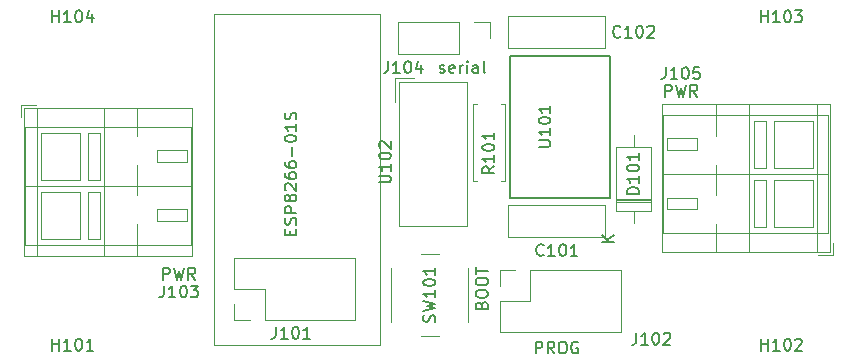
<source format=gbr>
%TF.GenerationSoftware,KiCad,Pcbnew,5.1.9+dfsg1-1~bpo10+1*%
%TF.CreationDate,2021-07-02T19:43:55+00:00*%
%TF.ProjectId,klima,6b6c696d-612e-46b6-9963-61645f706362,rev?*%
%TF.SameCoordinates,Original*%
%TF.FileFunction,Legend,Top*%
%TF.FilePolarity,Positive*%
%FSLAX46Y46*%
G04 Gerber Fmt 4.6, Leading zero omitted, Abs format (unit mm)*
G04 Created by KiCad (PCBNEW 5.1.9+dfsg1-1~bpo10+1) date 2021-07-02 19:43:55*
%MOMM*%
%LPD*%
G01*
G04 APERTURE LIST*
%ADD10C,0.120000*%
%ADD11C,0.150000*%
G04 APERTURE END LIST*
D10*
X117000000Y-71000000D02*
X117000000Y-99000000D01*
X131000000Y-71000000D02*
X117000000Y-71000000D01*
X131000000Y-99000000D02*
X131000000Y-71000000D01*
X117000000Y-99000000D02*
X131000000Y-99000000D01*
%TO.C,SW101*%
X136000000Y-91250000D02*
X134500000Y-91250000D01*
X132000000Y-92500000D02*
X132000000Y-97000000D01*
X134500000Y-98250000D02*
X136000000Y-98250000D01*
X138500000Y-97000000D02*
X138500000Y-92500000D01*
%TO.C,J104*%
X140330000Y-71670000D02*
X140330000Y-73000000D01*
X139000000Y-71670000D02*
X140330000Y-71670000D01*
X137730000Y-71670000D02*
X137730000Y-74330000D01*
X137730000Y-74330000D02*
X132590000Y-74330000D01*
X137730000Y-71670000D02*
X132590000Y-71670000D01*
X132590000Y-71670000D02*
X132590000Y-74330000D01*
%TO.C,C101*%
X141880000Y-89870000D02*
X141880000Y-87130000D01*
X150120000Y-89870000D02*
X150120000Y-87130000D01*
X150120000Y-87130000D02*
X141880000Y-87130000D01*
X150120000Y-89870000D02*
X141880000Y-89870000D01*
%TO.C,C102*%
X150120000Y-73870000D02*
X141880000Y-73870000D01*
X150120000Y-71130000D02*
X141880000Y-71130000D01*
X150120000Y-73870000D02*
X150120000Y-71130000D01*
X141880000Y-73870000D02*
X141880000Y-71130000D01*
%TO.C,D101*%
X151030000Y-86860000D02*
X153970000Y-86860000D01*
X151030000Y-86620000D02*
X153970000Y-86620000D01*
X151030000Y-86740000D02*
X153970000Y-86740000D01*
X152500000Y-81180000D02*
X152500000Y-82200000D01*
X152500000Y-88660000D02*
X152500000Y-87640000D01*
X151030000Y-82200000D02*
X151030000Y-87640000D01*
X153970000Y-82200000D02*
X151030000Y-82200000D01*
X153970000Y-87640000D02*
X153970000Y-82200000D01*
X151030000Y-87640000D02*
X153970000Y-87640000D01*
%TO.C,J103*%
X100640000Y-78640000D02*
X100640000Y-79640000D01*
X101880000Y-78640000D02*
X100640000Y-78640000D01*
X114650000Y-88500000D02*
X112151000Y-88500000D01*
X114650000Y-87500000D02*
X112151000Y-87500000D01*
X112151000Y-87500000D02*
X112151000Y-88500000D01*
X114650000Y-87500000D02*
X114650000Y-88500000D01*
X107300000Y-90000000D02*
X106300000Y-90000000D01*
X107300000Y-86000000D02*
X106300000Y-86000000D01*
X106300000Y-86000000D02*
X106300000Y-90000000D01*
X107300000Y-86000000D02*
X107300000Y-90000000D01*
X115000000Y-90500000D02*
X101000000Y-90500000D01*
X115000000Y-85500000D02*
X101000000Y-85500000D01*
X101000000Y-85500000D02*
X101000000Y-90500000D01*
X115000000Y-85500000D02*
X115000000Y-90500000D01*
X105600000Y-90000000D02*
X102300000Y-90000000D01*
X105600000Y-86000000D02*
X102300000Y-86000000D01*
X102300000Y-86000000D02*
X102300000Y-90000000D01*
X105600000Y-86000000D02*
X105600000Y-90000000D01*
X114650000Y-83500000D02*
X112151000Y-83500000D01*
X114650000Y-82500000D02*
X112151000Y-82500000D01*
X112151000Y-82500000D02*
X112151000Y-83500000D01*
X114650000Y-82500000D02*
X114650000Y-83500000D01*
X107300000Y-85000000D02*
X106300000Y-85000000D01*
X107300000Y-81000000D02*
X106300000Y-81000000D01*
X106300000Y-81000000D02*
X106300000Y-85000000D01*
X107300000Y-81000000D02*
X107300000Y-85000000D01*
X115000000Y-85500000D02*
X101000000Y-85500000D01*
X115000000Y-80500000D02*
X101000000Y-80500000D01*
X101000000Y-80500000D02*
X101000000Y-85500000D01*
X115000000Y-80500000D02*
X115000000Y-85500000D01*
X105600000Y-85000000D02*
X102300000Y-85000000D01*
X105600000Y-81000000D02*
X102300000Y-81000000D01*
X102300000Y-81000000D02*
X102300000Y-85000000D01*
X105600000Y-81000000D02*
X105600000Y-85000000D01*
X115120000Y-91421000D02*
X100880000Y-91421000D01*
X115120000Y-78880000D02*
X100880000Y-78880000D01*
X100880000Y-78880000D02*
X100880000Y-91421000D01*
X115120000Y-78880000D02*
X115120000Y-91421000D01*
X110500000Y-88730000D02*
X110500000Y-91421000D01*
X110500000Y-83730000D02*
X110500000Y-86270000D01*
X110500000Y-78880000D02*
X110500000Y-81270000D01*
X107700000Y-78880000D02*
X107700000Y-91421000D01*
X102000000Y-78880000D02*
X102000000Y-91421000D01*
%TO.C,J105*%
X168000000Y-91120000D02*
X168000000Y-78579000D01*
X162300000Y-91120000D02*
X162300000Y-78579000D01*
X159500000Y-91120000D02*
X159500000Y-88730000D01*
X159500000Y-86270000D02*
X159500000Y-83730000D01*
X159500000Y-81270000D02*
X159500000Y-78579000D01*
X154880000Y-91120000D02*
X154880000Y-78579000D01*
X169120000Y-91120000D02*
X169120000Y-78579000D01*
X154880000Y-91120000D02*
X169120000Y-91120000D01*
X154880000Y-78579000D02*
X169120000Y-78579000D01*
X164400000Y-89000000D02*
X164400000Y-85000000D01*
X167700000Y-89000000D02*
X167700000Y-85000000D01*
X164400000Y-89000000D02*
X167700000Y-89000000D01*
X164400000Y-85000000D02*
X167700000Y-85000000D01*
X155000000Y-89500000D02*
X155000000Y-84500000D01*
X169000000Y-89500000D02*
X169000000Y-84500000D01*
X155000000Y-89500000D02*
X169000000Y-89500000D01*
X155000000Y-84500000D02*
X169000000Y-84500000D01*
X162700000Y-89000000D02*
X162700000Y-85000000D01*
X163700000Y-89000000D02*
X163700000Y-85000000D01*
X162700000Y-89000000D02*
X163700000Y-89000000D01*
X162700000Y-85000000D02*
X163700000Y-85000000D01*
X155350000Y-87500000D02*
X155350000Y-86500000D01*
X157849000Y-87500000D02*
X157849000Y-86500000D01*
X155350000Y-87500000D02*
X157849000Y-87500000D01*
X155350000Y-86500000D02*
X157849000Y-86500000D01*
X164400000Y-84000000D02*
X164400000Y-80000000D01*
X167700000Y-84000000D02*
X167700000Y-80000000D01*
X164400000Y-84000000D02*
X167700000Y-84000000D01*
X164400000Y-80000000D02*
X167700000Y-80000000D01*
X155000000Y-84500000D02*
X155000000Y-79500000D01*
X169000000Y-84500000D02*
X169000000Y-79500000D01*
X155000000Y-84500000D02*
X169000000Y-84500000D01*
X155000000Y-79500000D02*
X169000000Y-79500000D01*
X162700000Y-84000000D02*
X162700000Y-80000000D01*
X163700000Y-84000000D02*
X163700000Y-80000000D01*
X162700000Y-84000000D02*
X163700000Y-84000000D01*
X162700000Y-80000000D02*
X163700000Y-80000000D01*
X155350000Y-82500000D02*
X155350000Y-81500000D01*
X157849000Y-82500000D02*
X157849000Y-81500000D01*
X155350000Y-82500000D02*
X157849000Y-82500000D01*
X155350000Y-81500000D02*
X157849000Y-81500000D01*
X168120000Y-91360000D02*
X169360000Y-91360000D01*
X169360000Y-91360000D02*
X169360000Y-90360000D01*
D11*
%TO.C,U101*%
X142000000Y-86500000D02*
X150500000Y-86500000D01*
X142000000Y-74500000D02*
X142000000Y-86500000D01*
X150500000Y-74500000D02*
X142000000Y-74500000D01*
X150500000Y-86500000D02*
X150500000Y-74500000D01*
D10*
%TO.C,U102*%
X132340000Y-76400000D02*
X133950000Y-76400000D01*
X132340000Y-76400000D02*
X132340000Y-78400000D01*
X132620000Y-88940000D02*
X132620000Y-76690000D01*
X138380000Y-88940000D02*
X132620000Y-88940000D01*
X138380000Y-76680000D02*
X138380000Y-88940000D01*
X132630000Y-76680000D02*
X138370000Y-76680000D01*
%TO.C,J101*%
X118670000Y-96830000D02*
X118670000Y-95500000D01*
X120000000Y-96830000D02*
X118670000Y-96830000D01*
X118670000Y-94230000D02*
X118670000Y-91630000D01*
X121270000Y-94230000D02*
X118670000Y-94230000D01*
X121270000Y-96830000D02*
X121270000Y-94230000D01*
X118670000Y-91630000D02*
X128950000Y-91630000D01*
X121270000Y-96830000D02*
X128950000Y-96830000D01*
X128950000Y-96830000D02*
X128950000Y-91630000D01*
%TO.C,J102*%
X141170000Y-94000000D02*
X141170000Y-92670000D01*
X141170000Y-92670000D02*
X142500000Y-92670000D01*
X141170000Y-95270000D02*
X143770000Y-95270000D01*
X143770000Y-95270000D02*
X143770000Y-92670000D01*
X143770000Y-92670000D02*
X151450000Y-92670000D01*
X151450000Y-97870000D02*
X151450000Y-92670000D01*
X141170000Y-97870000D02*
X151450000Y-97870000D01*
X141170000Y-97870000D02*
X141170000Y-95270000D01*
%TO.C,R101*%
X141290000Y-78540000D02*
X141620000Y-78540000D01*
X141620000Y-78540000D02*
X141620000Y-85080000D01*
X141620000Y-85080000D02*
X141290000Y-85080000D01*
X139210000Y-78540000D02*
X138880000Y-78540000D01*
X138880000Y-78540000D02*
X138880000Y-85080000D01*
X138880000Y-85080000D02*
X139210000Y-85080000D01*
%TD*%
%TO.C,SW101*%
D11*
X135654761Y-97035714D02*
X135702380Y-96892857D01*
X135702380Y-96654761D01*
X135654761Y-96559523D01*
X135607142Y-96511904D01*
X135511904Y-96464285D01*
X135416666Y-96464285D01*
X135321428Y-96511904D01*
X135273809Y-96559523D01*
X135226190Y-96654761D01*
X135178571Y-96845238D01*
X135130952Y-96940476D01*
X135083333Y-96988095D01*
X134988095Y-97035714D01*
X134892857Y-97035714D01*
X134797619Y-96988095D01*
X134750000Y-96940476D01*
X134702380Y-96845238D01*
X134702380Y-96607142D01*
X134750000Y-96464285D01*
X134702380Y-96130952D02*
X135702380Y-95892857D01*
X134988095Y-95702380D01*
X135702380Y-95511904D01*
X134702380Y-95273809D01*
X135702380Y-94369047D02*
X135702380Y-94940476D01*
X135702380Y-94654761D02*
X134702380Y-94654761D01*
X134845238Y-94750000D01*
X134940476Y-94845238D01*
X134988095Y-94940476D01*
X134702380Y-93750000D02*
X134702380Y-93654761D01*
X134750000Y-93559523D01*
X134797619Y-93511904D01*
X134892857Y-93464285D01*
X135083333Y-93416666D01*
X135321428Y-93416666D01*
X135511904Y-93464285D01*
X135607142Y-93511904D01*
X135654761Y-93559523D01*
X135702380Y-93654761D01*
X135702380Y-93750000D01*
X135654761Y-93845238D01*
X135607142Y-93892857D01*
X135511904Y-93940476D01*
X135321428Y-93988095D01*
X135083333Y-93988095D01*
X134892857Y-93940476D01*
X134797619Y-93892857D01*
X134750000Y-93845238D01*
X134702380Y-93750000D01*
X135702380Y-92464285D02*
X135702380Y-93035714D01*
X135702380Y-92750000D02*
X134702380Y-92750000D01*
X134845238Y-92845238D01*
X134940476Y-92940476D01*
X134988095Y-93035714D01*
X139628571Y-95607142D02*
X139676190Y-95464285D01*
X139723809Y-95416666D01*
X139819047Y-95369047D01*
X139961904Y-95369047D01*
X140057142Y-95416666D01*
X140104761Y-95464285D01*
X140152380Y-95559523D01*
X140152380Y-95940476D01*
X139152380Y-95940476D01*
X139152380Y-95607142D01*
X139200000Y-95511904D01*
X139247619Y-95464285D01*
X139342857Y-95416666D01*
X139438095Y-95416666D01*
X139533333Y-95464285D01*
X139580952Y-95511904D01*
X139628571Y-95607142D01*
X139628571Y-95940476D01*
X139152380Y-94750000D02*
X139152380Y-94559523D01*
X139200000Y-94464285D01*
X139295238Y-94369047D01*
X139485714Y-94321428D01*
X139819047Y-94321428D01*
X140009523Y-94369047D01*
X140104761Y-94464285D01*
X140152380Y-94559523D01*
X140152380Y-94750000D01*
X140104761Y-94845238D01*
X140009523Y-94940476D01*
X139819047Y-94988095D01*
X139485714Y-94988095D01*
X139295238Y-94940476D01*
X139200000Y-94845238D01*
X139152380Y-94750000D01*
X139152380Y-93702380D02*
X139152380Y-93511904D01*
X139200000Y-93416666D01*
X139295238Y-93321428D01*
X139485714Y-93273809D01*
X139819047Y-93273809D01*
X140009523Y-93321428D01*
X140104761Y-93416666D01*
X140152380Y-93511904D01*
X140152380Y-93702380D01*
X140104761Y-93797619D01*
X140009523Y-93892857D01*
X139819047Y-93940476D01*
X139485714Y-93940476D01*
X139295238Y-93892857D01*
X139200000Y-93797619D01*
X139152380Y-93702380D01*
X139152380Y-92988095D02*
X139152380Y-92416666D01*
X140152380Y-92702380D02*
X139152380Y-92702380D01*
%TO.C,J104*%
X131714285Y-74952380D02*
X131714285Y-75666666D01*
X131666666Y-75809523D01*
X131571428Y-75904761D01*
X131428571Y-75952380D01*
X131333333Y-75952380D01*
X132714285Y-75952380D02*
X132142857Y-75952380D01*
X132428571Y-75952380D02*
X132428571Y-74952380D01*
X132333333Y-75095238D01*
X132238095Y-75190476D01*
X132142857Y-75238095D01*
X133333333Y-74952380D02*
X133428571Y-74952380D01*
X133523809Y-75000000D01*
X133571428Y-75047619D01*
X133619047Y-75142857D01*
X133666666Y-75333333D01*
X133666666Y-75571428D01*
X133619047Y-75761904D01*
X133571428Y-75857142D01*
X133523809Y-75904761D01*
X133428571Y-75952380D01*
X133333333Y-75952380D01*
X133238095Y-75904761D01*
X133190476Y-75857142D01*
X133142857Y-75761904D01*
X133095238Y-75571428D01*
X133095238Y-75333333D01*
X133142857Y-75142857D01*
X133190476Y-75047619D01*
X133238095Y-75000000D01*
X133333333Y-74952380D01*
X134523809Y-75285714D02*
X134523809Y-75952380D01*
X134285714Y-74904761D02*
X134047619Y-75619047D01*
X134666666Y-75619047D01*
X136095238Y-75904761D02*
X136190476Y-75952380D01*
X136380952Y-75952380D01*
X136476190Y-75904761D01*
X136523809Y-75809523D01*
X136523809Y-75761904D01*
X136476190Y-75666666D01*
X136380952Y-75619047D01*
X136238095Y-75619047D01*
X136142857Y-75571428D01*
X136095238Y-75476190D01*
X136095238Y-75428571D01*
X136142857Y-75333333D01*
X136238095Y-75285714D01*
X136380952Y-75285714D01*
X136476190Y-75333333D01*
X137333333Y-75904761D02*
X137238095Y-75952380D01*
X137047619Y-75952380D01*
X136952380Y-75904761D01*
X136904761Y-75809523D01*
X136904761Y-75428571D01*
X136952380Y-75333333D01*
X137047619Y-75285714D01*
X137238095Y-75285714D01*
X137333333Y-75333333D01*
X137380952Y-75428571D01*
X137380952Y-75523809D01*
X136904761Y-75619047D01*
X137809523Y-75952380D02*
X137809523Y-75285714D01*
X137809523Y-75476190D02*
X137857142Y-75380952D01*
X137904761Y-75333333D01*
X138000000Y-75285714D01*
X138095238Y-75285714D01*
X138428571Y-75952380D02*
X138428571Y-75285714D01*
X138428571Y-74952380D02*
X138380952Y-75000000D01*
X138428571Y-75047619D01*
X138476190Y-75000000D01*
X138428571Y-74952380D01*
X138428571Y-75047619D01*
X139333333Y-75952380D02*
X139333333Y-75428571D01*
X139285714Y-75333333D01*
X139190476Y-75285714D01*
X139000000Y-75285714D01*
X138904761Y-75333333D01*
X139333333Y-75904761D02*
X139238095Y-75952380D01*
X139000000Y-75952380D01*
X138904761Y-75904761D01*
X138857142Y-75809523D01*
X138857142Y-75714285D01*
X138904761Y-75619047D01*
X139000000Y-75571428D01*
X139238095Y-75571428D01*
X139333333Y-75523809D01*
X139952380Y-75952380D02*
X139857142Y-75904761D01*
X139809523Y-75809523D01*
X139809523Y-74952380D01*
%TO.C,C101*%
X144880952Y-91357142D02*
X144833333Y-91404761D01*
X144690476Y-91452380D01*
X144595238Y-91452380D01*
X144452380Y-91404761D01*
X144357142Y-91309523D01*
X144309523Y-91214285D01*
X144261904Y-91023809D01*
X144261904Y-90880952D01*
X144309523Y-90690476D01*
X144357142Y-90595238D01*
X144452380Y-90500000D01*
X144595238Y-90452380D01*
X144690476Y-90452380D01*
X144833333Y-90500000D01*
X144880952Y-90547619D01*
X145833333Y-91452380D02*
X145261904Y-91452380D01*
X145547619Y-91452380D02*
X145547619Y-90452380D01*
X145452380Y-90595238D01*
X145357142Y-90690476D01*
X145261904Y-90738095D01*
X146452380Y-90452380D02*
X146547619Y-90452380D01*
X146642857Y-90500000D01*
X146690476Y-90547619D01*
X146738095Y-90642857D01*
X146785714Y-90833333D01*
X146785714Y-91071428D01*
X146738095Y-91261904D01*
X146690476Y-91357142D01*
X146642857Y-91404761D01*
X146547619Y-91452380D01*
X146452380Y-91452380D01*
X146357142Y-91404761D01*
X146309523Y-91357142D01*
X146261904Y-91261904D01*
X146214285Y-91071428D01*
X146214285Y-90833333D01*
X146261904Y-90642857D01*
X146309523Y-90547619D01*
X146357142Y-90500000D01*
X146452380Y-90452380D01*
X147738095Y-91452380D02*
X147166666Y-91452380D01*
X147452380Y-91452380D02*
X147452380Y-90452380D01*
X147357142Y-90595238D01*
X147261904Y-90690476D01*
X147166666Y-90738095D01*
%TO.C,C102*%
X151380952Y-72857142D02*
X151333333Y-72904761D01*
X151190476Y-72952380D01*
X151095238Y-72952380D01*
X150952380Y-72904761D01*
X150857142Y-72809523D01*
X150809523Y-72714285D01*
X150761904Y-72523809D01*
X150761904Y-72380952D01*
X150809523Y-72190476D01*
X150857142Y-72095238D01*
X150952380Y-72000000D01*
X151095238Y-71952380D01*
X151190476Y-71952380D01*
X151333333Y-72000000D01*
X151380952Y-72047619D01*
X152333333Y-72952380D02*
X151761904Y-72952380D01*
X152047619Y-72952380D02*
X152047619Y-71952380D01*
X151952380Y-72095238D01*
X151857142Y-72190476D01*
X151761904Y-72238095D01*
X152952380Y-71952380D02*
X153047619Y-71952380D01*
X153142857Y-72000000D01*
X153190476Y-72047619D01*
X153238095Y-72142857D01*
X153285714Y-72333333D01*
X153285714Y-72571428D01*
X153238095Y-72761904D01*
X153190476Y-72857142D01*
X153142857Y-72904761D01*
X153047619Y-72952380D01*
X152952380Y-72952380D01*
X152857142Y-72904761D01*
X152809523Y-72857142D01*
X152761904Y-72761904D01*
X152714285Y-72571428D01*
X152714285Y-72333333D01*
X152761904Y-72142857D01*
X152809523Y-72047619D01*
X152857142Y-72000000D01*
X152952380Y-71952380D01*
X153666666Y-72047619D02*
X153714285Y-72000000D01*
X153809523Y-71952380D01*
X154047619Y-71952380D01*
X154142857Y-72000000D01*
X154190476Y-72047619D01*
X154238095Y-72142857D01*
X154238095Y-72238095D01*
X154190476Y-72380952D01*
X153619047Y-72952380D01*
X154238095Y-72952380D01*
%TO.C,D101*%
X152952380Y-86190476D02*
X151952380Y-86190476D01*
X151952380Y-85952380D01*
X152000000Y-85809523D01*
X152095238Y-85714285D01*
X152190476Y-85666666D01*
X152380952Y-85619047D01*
X152523809Y-85619047D01*
X152714285Y-85666666D01*
X152809523Y-85714285D01*
X152904761Y-85809523D01*
X152952380Y-85952380D01*
X152952380Y-86190476D01*
X152952380Y-84666666D02*
X152952380Y-85238095D01*
X152952380Y-84952380D02*
X151952380Y-84952380D01*
X152095238Y-85047619D01*
X152190476Y-85142857D01*
X152238095Y-85238095D01*
X151952380Y-84047619D02*
X151952380Y-83952380D01*
X152000000Y-83857142D01*
X152047619Y-83809523D01*
X152142857Y-83761904D01*
X152333333Y-83714285D01*
X152571428Y-83714285D01*
X152761904Y-83761904D01*
X152857142Y-83809523D01*
X152904761Y-83857142D01*
X152952380Y-83952380D01*
X152952380Y-84047619D01*
X152904761Y-84142857D01*
X152857142Y-84190476D01*
X152761904Y-84238095D01*
X152571428Y-84285714D01*
X152333333Y-84285714D01*
X152142857Y-84238095D01*
X152047619Y-84190476D01*
X152000000Y-84142857D01*
X151952380Y-84047619D01*
X152952380Y-82761904D02*
X152952380Y-83333333D01*
X152952380Y-83047619D02*
X151952380Y-83047619D01*
X152095238Y-83142857D01*
X152190476Y-83238095D01*
X152238095Y-83333333D01*
X150852380Y-90261904D02*
X149852380Y-90261904D01*
X150852380Y-89690476D02*
X150280952Y-90119047D01*
X149852380Y-89690476D02*
X150423809Y-90261904D01*
%TO.C,H101*%
X103285714Y-99452380D02*
X103285714Y-98452380D01*
X103285714Y-98928571D02*
X103857142Y-98928571D01*
X103857142Y-99452380D02*
X103857142Y-98452380D01*
X104857142Y-99452380D02*
X104285714Y-99452380D01*
X104571428Y-99452380D02*
X104571428Y-98452380D01*
X104476190Y-98595238D01*
X104380952Y-98690476D01*
X104285714Y-98738095D01*
X105476190Y-98452380D02*
X105571428Y-98452380D01*
X105666666Y-98500000D01*
X105714285Y-98547619D01*
X105761904Y-98642857D01*
X105809523Y-98833333D01*
X105809523Y-99071428D01*
X105761904Y-99261904D01*
X105714285Y-99357142D01*
X105666666Y-99404761D01*
X105571428Y-99452380D01*
X105476190Y-99452380D01*
X105380952Y-99404761D01*
X105333333Y-99357142D01*
X105285714Y-99261904D01*
X105238095Y-99071428D01*
X105238095Y-98833333D01*
X105285714Y-98642857D01*
X105333333Y-98547619D01*
X105380952Y-98500000D01*
X105476190Y-98452380D01*
X106761904Y-99452380D02*
X106190476Y-99452380D01*
X106476190Y-99452380D02*
X106476190Y-98452380D01*
X106380952Y-98595238D01*
X106285714Y-98690476D01*
X106190476Y-98738095D01*
%TO.C,H102*%
X163285714Y-99452380D02*
X163285714Y-98452380D01*
X163285714Y-98928571D02*
X163857142Y-98928571D01*
X163857142Y-99452380D02*
X163857142Y-98452380D01*
X164857142Y-99452380D02*
X164285714Y-99452380D01*
X164571428Y-99452380D02*
X164571428Y-98452380D01*
X164476190Y-98595238D01*
X164380952Y-98690476D01*
X164285714Y-98738095D01*
X165476190Y-98452380D02*
X165571428Y-98452380D01*
X165666666Y-98500000D01*
X165714285Y-98547619D01*
X165761904Y-98642857D01*
X165809523Y-98833333D01*
X165809523Y-99071428D01*
X165761904Y-99261904D01*
X165714285Y-99357142D01*
X165666666Y-99404761D01*
X165571428Y-99452380D01*
X165476190Y-99452380D01*
X165380952Y-99404761D01*
X165333333Y-99357142D01*
X165285714Y-99261904D01*
X165238095Y-99071428D01*
X165238095Y-98833333D01*
X165285714Y-98642857D01*
X165333333Y-98547619D01*
X165380952Y-98500000D01*
X165476190Y-98452380D01*
X166190476Y-98547619D02*
X166238095Y-98500000D01*
X166333333Y-98452380D01*
X166571428Y-98452380D01*
X166666666Y-98500000D01*
X166714285Y-98547619D01*
X166761904Y-98642857D01*
X166761904Y-98738095D01*
X166714285Y-98880952D01*
X166142857Y-99452380D01*
X166761904Y-99452380D01*
%TO.C,H103*%
X163285714Y-71652380D02*
X163285714Y-70652380D01*
X163285714Y-71128571D02*
X163857142Y-71128571D01*
X163857142Y-71652380D02*
X163857142Y-70652380D01*
X164857142Y-71652380D02*
X164285714Y-71652380D01*
X164571428Y-71652380D02*
X164571428Y-70652380D01*
X164476190Y-70795238D01*
X164380952Y-70890476D01*
X164285714Y-70938095D01*
X165476190Y-70652380D02*
X165571428Y-70652380D01*
X165666666Y-70700000D01*
X165714285Y-70747619D01*
X165761904Y-70842857D01*
X165809523Y-71033333D01*
X165809523Y-71271428D01*
X165761904Y-71461904D01*
X165714285Y-71557142D01*
X165666666Y-71604761D01*
X165571428Y-71652380D01*
X165476190Y-71652380D01*
X165380952Y-71604761D01*
X165333333Y-71557142D01*
X165285714Y-71461904D01*
X165238095Y-71271428D01*
X165238095Y-71033333D01*
X165285714Y-70842857D01*
X165333333Y-70747619D01*
X165380952Y-70700000D01*
X165476190Y-70652380D01*
X166142857Y-70652380D02*
X166761904Y-70652380D01*
X166428571Y-71033333D01*
X166571428Y-71033333D01*
X166666666Y-71080952D01*
X166714285Y-71128571D01*
X166761904Y-71223809D01*
X166761904Y-71461904D01*
X166714285Y-71557142D01*
X166666666Y-71604761D01*
X166571428Y-71652380D01*
X166285714Y-71652380D01*
X166190476Y-71604761D01*
X166142857Y-71557142D01*
%TO.C,H104*%
X103285714Y-71652380D02*
X103285714Y-70652380D01*
X103285714Y-71128571D02*
X103857142Y-71128571D01*
X103857142Y-71652380D02*
X103857142Y-70652380D01*
X104857142Y-71652380D02*
X104285714Y-71652380D01*
X104571428Y-71652380D02*
X104571428Y-70652380D01*
X104476190Y-70795238D01*
X104380952Y-70890476D01*
X104285714Y-70938095D01*
X105476190Y-70652380D02*
X105571428Y-70652380D01*
X105666666Y-70700000D01*
X105714285Y-70747619D01*
X105761904Y-70842857D01*
X105809523Y-71033333D01*
X105809523Y-71271428D01*
X105761904Y-71461904D01*
X105714285Y-71557142D01*
X105666666Y-71604761D01*
X105571428Y-71652380D01*
X105476190Y-71652380D01*
X105380952Y-71604761D01*
X105333333Y-71557142D01*
X105285714Y-71461904D01*
X105238095Y-71271428D01*
X105238095Y-71033333D01*
X105285714Y-70842857D01*
X105333333Y-70747619D01*
X105380952Y-70700000D01*
X105476190Y-70652380D01*
X106666666Y-70985714D02*
X106666666Y-71652380D01*
X106428571Y-70604761D02*
X106190476Y-71319047D01*
X106809523Y-71319047D01*
%TO.C,J103*%
X112714285Y-93952380D02*
X112714285Y-94666666D01*
X112666666Y-94809523D01*
X112571428Y-94904761D01*
X112428571Y-94952380D01*
X112333333Y-94952380D01*
X113714285Y-94952380D02*
X113142857Y-94952380D01*
X113428571Y-94952380D02*
X113428571Y-93952380D01*
X113333333Y-94095238D01*
X113238095Y-94190476D01*
X113142857Y-94238095D01*
X114333333Y-93952380D02*
X114428571Y-93952380D01*
X114523809Y-94000000D01*
X114571428Y-94047619D01*
X114619047Y-94142857D01*
X114666666Y-94333333D01*
X114666666Y-94571428D01*
X114619047Y-94761904D01*
X114571428Y-94857142D01*
X114523809Y-94904761D01*
X114428571Y-94952380D01*
X114333333Y-94952380D01*
X114238095Y-94904761D01*
X114190476Y-94857142D01*
X114142857Y-94761904D01*
X114095238Y-94571428D01*
X114095238Y-94333333D01*
X114142857Y-94142857D01*
X114190476Y-94047619D01*
X114238095Y-94000000D01*
X114333333Y-93952380D01*
X115000000Y-93952380D02*
X115619047Y-93952380D01*
X115285714Y-94333333D01*
X115428571Y-94333333D01*
X115523809Y-94380952D01*
X115571428Y-94428571D01*
X115619047Y-94523809D01*
X115619047Y-94761904D01*
X115571428Y-94857142D01*
X115523809Y-94904761D01*
X115428571Y-94952380D01*
X115142857Y-94952380D01*
X115047619Y-94904761D01*
X115000000Y-94857142D01*
X112666666Y-93452380D02*
X112666666Y-92452380D01*
X113047619Y-92452380D01*
X113142857Y-92500000D01*
X113190476Y-92547619D01*
X113238095Y-92642857D01*
X113238095Y-92785714D01*
X113190476Y-92880952D01*
X113142857Y-92928571D01*
X113047619Y-92976190D01*
X112666666Y-92976190D01*
X113571428Y-92452380D02*
X113809523Y-93452380D01*
X114000000Y-92738095D01*
X114190476Y-93452380D01*
X114428571Y-92452380D01*
X115380952Y-93452380D02*
X115047619Y-92976190D01*
X114809523Y-93452380D02*
X114809523Y-92452380D01*
X115190476Y-92452380D01*
X115285714Y-92500000D01*
X115333333Y-92547619D01*
X115380952Y-92642857D01*
X115380952Y-92785714D01*
X115333333Y-92880952D01*
X115285714Y-92928571D01*
X115190476Y-92976190D01*
X114809523Y-92976190D01*
%TO.C,J105*%
X155214285Y-75452380D02*
X155214285Y-76166666D01*
X155166666Y-76309523D01*
X155071428Y-76404761D01*
X154928571Y-76452380D01*
X154833333Y-76452380D01*
X156214285Y-76452380D02*
X155642857Y-76452380D01*
X155928571Y-76452380D02*
X155928571Y-75452380D01*
X155833333Y-75595238D01*
X155738095Y-75690476D01*
X155642857Y-75738095D01*
X156833333Y-75452380D02*
X156928571Y-75452380D01*
X157023809Y-75500000D01*
X157071428Y-75547619D01*
X157119047Y-75642857D01*
X157166666Y-75833333D01*
X157166666Y-76071428D01*
X157119047Y-76261904D01*
X157071428Y-76357142D01*
X157023809Y-76404761D01*
X156928571Y-76452380D01*
X156833333Y-76452380D01*
X156738095Y-76404761D01*
X156690476Y-76357142D01*
X156642857Y-76261904D01*
X156595238Y-76071428D01*
X156595238Y-75833333D01*
X156642857Y-75642857D01*
X156690476Y-75547619D01*
X156738095Y-75500000D01*
X156833333Y-75452380D01*
X158071428Y-75452380D02*
X157595238Y-75452380D01*
X157547619Y-75928571D01*
X157595238Y-75880952D01*
X157690476Y-75833333D01*
X157928571Y-75833333D01*
X158023809Y-75880952D01*
X158071428Y-75928571D01*
X158119047Y-76023809D01*
X158119047Y-76261904D01*
X158071428Y-76357142D01*
X158023809Y-76404761D01*
X157928571Y-76452380D01*
X157690476Y-76452380D01*
X157595238Y-76404761D01*
X157547619Y-76357142D01*
X155166666Y-77952380D02*
X155166666Y-76952380D01*
X155547619Y-76952380D01*
X155642857Y-77000000D01*
X155690476Y-77047619D01*
X155738095Y-77142857D01*
X155738095Y-77285714D01*
X155690476Y-77380952D01*
X155642857Y-77428571D01*
X155547619Y-77476190D01*
X155166666Y-77476190D01*
X156071428Y-76952380D02*
X156309523Y-77952380D01*
X156500000Y-77238095D01*
X156690476Y-77952380D01*
X156928571Y-76952380D01*
X157880952Y-77952380D02*
X157547619Y-77476190D01*
X157309523Y-77952380D02*
X157309523Y-76952380D01*
X157690476Y-76952380D01*
X157785714Y-77000000D01*
X157833333Y-77047619D01*
X157880952Y-77142857D01*
X157880952Y-77285714D01*
X157833333Y-77380952D01*
X157785714Y-77428571D01*
X157690476Y-77476190D01*
X157309523Y-77476190D01*
%TO.C,U101*%
X144452380Y-82214285D02*
X145261904Y-82214285D01*
X145357142Y-82166666D01*
X145404761Y-82119047D01*
X145452380Y-82023809D01*
X145452380Y-81833333D01*
X145404761Y-81738095D01*
X145357142Y-81690476D01*
X145261904Y-81642857D01*
X144452380Y-81642857D01*
X145452380Y-80642857D02*
X145452380Y-81214285D01*
X145452380Y-80928571D02*
X144452380Y-80928571D01*
X144595238Y-81023809D01*
X144690476Y-81119047D01*
X144738095Y-81214285D01*
X144452380Y-80023809D02*
X144452380Y-79928571D01*
X144500000Y-79833333D01*
X144547619Y-79785714D01*
X144642857Y-79738095D01*
X144833333Y-79690476D01*
X145071428Y-79690476D01*
X145261904Y-79738095D01*
X145357142Y-79785714D01*
X145404761Y-79833333D01*
X145452380Y-79928571D01*
X145452380Y-80023809D01*
X145404761Y-80119047D01*
X145357142Y-80166666D01*
X145261904Y-80214285D01*
X145071428Y-80261904D01*
X144833333Y-80261904D01*
X144642857Y-80214285D01*
X144547619Y-80166666D01*
X144500000Y-80119047D01*
X144452380Y-80023809D01*
X145452380Y-78738095D02*
X145452380Y-79309523D01*
X145452380Y-79023809D02*
X144452380Y-79023809D01*
X144595238Y-79119047D01*
X144690476Y-79214285D01*
X144738095Y-79309523D01*
%TO.C,U102*%
X130952380Y-85214285D02*
X131761904Y-85214285D01*
X131857142Y-85166666D01*
X131904761Y-85119047D01*
X131952380Y-85023809D01*
X131952380Y-84833333D01*
X131904761Y-84738095D01*
X131857142Y-84690476D01*
X131761904Y-84642857D01*
X130952380Y-84642857D01*
X131952380Y-83642857D02*
X131952380Y-84214285D01*
X131952380Y-83928571D02*
X130952380Y-83928571D01*
X131095238Y-84023809D01*
X131190476Y-84119047D01*
X131238095Y-84214285D01*
X130952380Y-83023809D02*
X130952380Y-82928571D01*
X131000000Y-82833333D01*
X131047619Y-82785714D01*
X131142857Y-82738095D01*
X131333333Y-82690476D01*
X131571428Y-82690476D01*
X131761904Y-82738095D01*
X131857142Y-82785714D01*
X131904761Y-82833333D01*
X131952380Y-82928571D01*
X131952380Y-83023809D01*
X131904761Y-83119047D01*
X131857142Y-83166666D01*
X131761904Y-83214285D01*
X131571428Y-83261904D01*
X131333333Y-83261904D01*
X131142857Y-83214285D01*
X131047619Y-83166666D01*
X131000000Y-83119047D01*
X130952380Y-83023809D01*
X131047619Y-82309523D02*
X131000000Y-82261904D01*
X130952380Y-82166666D01*
X130952380Y-81928571D01*
X131000000Y-81833333D01*
X131047619Y-81785714D01*
X131142857Y-81738095D01*
X131238095Y-81738095D01*
X131380952Y-81785714D01*
X131952380Y-82357142D01*
X131952380Y-81738095D01*
%TO.C,J101*%
X122214285Y-97452380D02*
X122214285Y-98166666D01*
X122166666Y-98309523D01*
X122071428Y-98404761D01*
X121928571Y-98452380D01*
X121833333Y-98452380D01*
X123214285Y-98452380D02*
X122642857Y-98452380D01*
X122928571Y-98452380D02*
X122928571Y-97452380D01*
X122833333Y-97595238D01*
X122738095Y-97690476D01*
X122642857Y-97738095D01*
X123833333Y-97452380D02*
X123928571Y-97452380D01*
X124023809Y-97500000D01*
X124071428Y-97547619D01*
X124119047Y-97642857D01*
X124166666Y-97833333D01*
X124166666Y-98071428D01*
X124119047Y-98261904D01*
X124071428Y-98357142D01*
X124023809Y-98404761D01*
X123928571Y-98452380D01*
X123833333Y-98452380D01*
X123738095Y-98404761D01*
X123690476Y-98357142D01*
X123642857Y-98261904D01*
X123595238Y-98071428D01*
X123595238Y-97833333D01*
X123642857Y-97642857D01*
X123690476Y-97547619D01*
X123738095Y-97500000D01*
X123833333Y-97452380D01*
X125119047Y-98452380D02*
X124547619Y-98452380D01*
X124833333Y-98452380D02*
X124833333Y-97452380D01*
X124738095Y-97595238D01*
X124642857Y-97690476D01*
X124547619Y-97738095D01*
X123428571Y-89642857D02*
X123428571Y-89309523D01*
X123952380Y-89166666D02*
X123952380Y-89642857D01*
X122952380Y-89642857D01*
X122952380Y-89166666D01*
X123904761Y-88785714D02*
X123952380Y-88642857D01*
X123952380Y-88404761D01*
X123904761Y-88309523D01*
X123857142Y-88261904D01*
X123761904Y-88214285D01*
X123666666Y-88214285D01*
X123571428Y-88261904D01*
X123523809Y-88309523D01*
X123476190Y-88404761D01*
X123428571Y-88595238D01*
X123380952Y-88690476D01*
X123333333Y-88738095D01*
X123238095Y-88785714D01*
X123142857Y-88785714D01*
X123047619Y-88738095D01*
X123000000Y-88690476D01*
X122952380Y-88595238D01*
X122952380Y-88357142D01*
X123000000Y-88214285D01*
X123952380Y-87785714D02*
X122952380Y-87785714D01*
X122952380Y-87404761D01*
X123000000Y-87309523D01*
X123047619Y-87261904D01*
X123142857Y-87214285D01*
X123285714Y-87214285D01*
X123380952Y-87261904D01*
X123428571Y-87309523D01*
X123476190Y-87404761D01*
X123476190Y-87785714D01*
X123380952Y-86642857D02*
X123333333Y-86738095D01*
X123285714Y-86785714D01*
X123190476Y-86833333D01*
X123142857Y-86833333D01*
X123047619Y-86785714D01*
X123000000Y-86738095D01*
X122952380Y-86642857D01*
X122952380Y-86452380D01*
X123000000Y-86357142D01*
X123047619Y-86309523D01*
X123142857Y-86261904D01*
X123190476Y-86261904D01*
X123285714Y-86309523D01*
X123333333Y-86357142D01*
X123380952Y-86452380D01*
X123380952Y-86642857D01*
X123428571Y-86738095D01*
X123476190Y-86785714D01*
X123571428Y-86833333D01*
X123761904Y-86833333D01*
X123857142Y-86785714D01*
X123904761Y-86738095D01*
X123952380Y-86642857D01*
X123952380Y-86452380D01*
X123904761Y-86357142D01*
X123857142Y-86309523D01*
X123761904Y-86261904D01*
X123571428Y-86261904D01*
X123476190Y-86309523D01*
X123428571Y-86357142D01*
X123380952Y-86452380D01*
X123047619Y-85880952D02*
X123000000Y-85833333D01*
X122952380Y-85738095D01*
X122952380Y-85500000D01*
X123000000Y-85404761D01*
X123047619Y-85357142D01*
X123142857Y-85309523D01*
X123238095Y-85309523D01*
X123380952Y-85357142D01*
X123952380Y-85928571D01*
X123952380Y-85309523D01*
X122952380Y-84452380D02*
X122952380Y-84642857D01*
X123000000Y-84738095D01*
X123047619Y-84785714D01*
X123190476Y-84880952D01*
X123380952Y-84928571D01*
X123761904Y-84928571D01*
X123857142Y-84880952D01*
X123904761Y-84833333D01*
X123952380Y-84738095D01*
X123952380Y-84547619D01*
X123904761Y-84452380D01*
X123857142Y-84404761D01*
X123761904Y-84357142D01*
X123523809Y-84357142D01*
X123428571Y-84404761D01*
X123380952Y-84452380D01*
X123333333Y-84547619D01*
X123333333Y-84738095D01*
X123380952Y-84833333D01*
X123428571Y-84880952D01*
X123523809Y-84928571D01*
X122952380Y-83500000D02*
X122952380Y-83690476D01*
X123000000Y-83785714D01*
X123047619Y-83833333D01*
X123190476Y-83928571D01*
X123380952Y-83976190D01*
X123761904Y-83976190D01*
X123857142Y-83928571D01*
X123904761Y-83880952D01*
X123952380Y-83785714D01*
X123952380Y-83595238D01*
X123904761Y-83500000D01*
X123857142Y-83452380D01*
X123761904Y-83404761D01*
X123523809Y-83404761D01*
X123428571Y-83452380D01*
X123380952Y-83500000D01*
X123333333Y-83595238D01*
X123333333Y-83785714D01*
X123380952Y-83880952D01*
X123428571Y-83928571D01*
X123523809Y-83976190D01*
X123571428Y-82976190D02*
X123571428Y-82214285D01*
X122952380Y-81547619D02*
X122952380Y-81452380D01*
X123000000Y-81357142D01*
X123047619Y-81309523D01*
X123142857Y-81261904D01*
X123333333Y-81214285D01*
X123571428Y-81214285D01*
X123761904Y-81261904D01*
X123857142Y-81309523D01*
X123904761Y-81357142D01*
X123952380Y-81452380D01*
X123952380Y-81547619D01*
X123904761Y-81642857D01*
X123857142Y-81690476D01*
X123761904Y-81738095D01*
X123571428Y-81785714D01*
X123333333Y-81785714D01*
X123142857Y-81738095D01*
X123047619Y-81690476D01*
X123000000Y-81642857D01*
X122952380Y-81547619D01*
X123952380Y-80261904D02*
X123952380Y-80833333D01*
X123952380Y-80547619D02*
X122952380Y-80547619D01*
X123095238Y-80642857D01*
X123190476Y-80738095D01*
X123238095Y-80833333D01*
X123904761Y-79880952D02*
X123952380Y-79738095D01*
X123952380Y-79500000D01*
X123904761Y-79404761D01*
X123857142Y-79357142D01*
X123761904Y-79309523D01*
X123666666Y-79309523D01*
X123571428Y-79357142D01*
X123523809Y-79404761D01*
X123476190Y-79500000D01*
X123428571Y-79690476D01*
X123380952Y-79785714D01*
X123333333Y-79833333D01*
X123238095Y-79880952D01*
X123142857Y-79880952D01*
X123047619Y-79833333D01*
X123000000Y-79785714D01*
X122952380Y-79690476D01*
X122952380Y-79452380D01*
X123000000Y-79309523D01*
%TO.C,J102*%
X152714285Y-97952380D02*
X152714285Y-98666666D01*
X152666666Y-98809523D01*
X152571428Y-98904761D01*
X152428571Y-98952380D01*
X152333333Y-98952380D01*
X153714285Y-98952380D02*
X153142857Y-98952380D01*
X153428571Y-98952380D02*
X153428571Y-97952380D01*
X153333333Y-98095238D01*
X153238095Y-98190476D01*
X153142857Y-98238095D01*
X154333333Y-97952380D02*
X154428571Y-97952380D01*
X154523809Y-98000000D01*
X154571428Y-98047619D01*
X154619047Y-98142857D01*
X154666666Y-98333333D01*
X154666666Y-98571428D01*
X154619047Y-98761904D01*
X154571428Y-98857142D01*
X154523809Y-98904761D01*
X154428571Y-98952380D01*
X154333333Y-98952380D01*
X154238095Y-98904761D01*
X154190476Y-98857142D01*
X154142857Y-98761904D01*
X154095238Y-98571428D01*
X154095238Y-98333333D01*
X154142857Y-98142857D01*
X154190476Y-98047619D01*
X154238095Y-98000000D01*
X154333333Y-97952380D01*
X155047619Y-98047619D02*
X155095238Y-98000000D01*
X155190476Y-97952380D01*
X155428571Y-97952380D01*
X155523809Y-98000000D01*
X155571428Y-98047619D01*
X155619047Y-98142857D01*
X155619047Y-98238095D01*
X155571428Y-98380952D01*
X155000000Y-98952380D01*
X155619047Y-98952380D01*
X144214285Y-99702380D02*
X144214285Y-98702380D01*
X144595238Y-98702380D01*
X144690476Y-98750000D01*
X144738095Y-98797619D01*
X144785714Y-98892857D01*
X144785714Y-99035714D01*
X144738095Y-99130952D01*
X144690476Y-99178571D01*
X144595238Y-99226190D01*
X144214285Y-99226190D01*
X145785714Y-99702380D02*
X145452380Y-99226190D01*
X145214285Y-99702380D02*
X145214285Y-98702380D01*
X145595238Y-98702380D01*
X145690476Y-98750000D01*
X145738095Y-98797619D01*
X145785714Y-98892857D01*
X145785714Y-99035714D01*
X145738095Y-99130952D01*
X145690476Y-99178571D01*
X145595238Y-99226190D01*
X145214285Y-99226190D01*
X146404761Y-98702380D02*
X146595238Y-98702380D01*
X146690476Y-98750000D01*
X146785714Y-98845238D01*
X146833333Y-99035714D01*
X146833333Y-99369047D01*
X146785714Y-99559523D01*
X146690476Y-99654761D01*
X146595238Y-99702380D01*
X146404761Y-99702380D01*
X146309523Y-99654761D01*
X146214285Y-99559523D01*
X146166666Y-99369047D01*
X146166666Y-99035714D01*
X146214285Y-98845238D01*
X146309523Y-98750000D01*
X146404761Y-98702380D01*
X147785714Y-98750000D02*
X147690476Y-98702380D01*
X147547619Y-98702380D01*
X147404761Y-98750000D01*
X147309523Y-98845238D01*
X147261904Y-98940476D01*
X147214285Y-99130952D01*
X147214285Y-99273809D01*
X147261904Y-99464285D01*
X147309523Y-99559523D01*
X147404761Y-99654761D01*
X147547619Y-99702380D01*
X147642857Y-99702380D01*
X147785714Y-99654761D01*
X147833333Y-99607142D01*
X147833333Y-99273809D01*
X147642857Y-99273809D01*
%TO.C,R101*%
X140702380Y-83869047D02*
X140226190Y-84202380D01*
X140702380Y-84440476D02*
X139702380Y-84440476D01*
X139702380Y-84059523D01*
X139750000Y-83964285D01*
X139797619Y-83916666D01*
X139892857Y-83869047D01*
X140035714Y-83869047D01*
X140130952Y-83916666D01*
X140178571Y-83964285D01*
X140226190Y-84059523D01*
X140226190Y-84440476D01*
X140702380Y-82916666D02*
X140702380Y-83488095D01*
X140702380Y-83202380D02*
X139702380Y-83202380D01*
X139845238Y-83297619D01*
X139940476Y-83392857D01*
X139988095Y-83488095D01*
X139702380Y-82297619D02*
X139702380Y-82202380D01*
X139750000Y-82107142D01*
X139797619Y-82059523D01*
X139892857Y-82011904D01*
X140083333Y-81964285D01*
X140321428Y-81964285D01*
X140511904Y-82011904D01*
X140607142Y-82059523D01*
X140654761Y-82107142D01*
X140702380Y-82202380D01*
X140702380Y-82297619D01*
X140654761Y-82392857D01*
X140607142Y-82440476D01*
X140511904Y-82488095D01*
X140321428Y-82535714D01*
X140083333Y-82535714D01*
X139892857Y-82488095D01*
X139797619Y-82440476D01*
X139750000Y-82392857D01*
X139702380Y-82297619D01*
X140702380Y-81011904D02*
X140702380Y-81583333D01*
X140702380Y-81297619D02*
X139702380Y-81297619D01*
X139845238Y-81392857D01*
X139940476Y-81488095D01*
X139988095Y-81583333D01*
%TD*%
M02*

</source>
